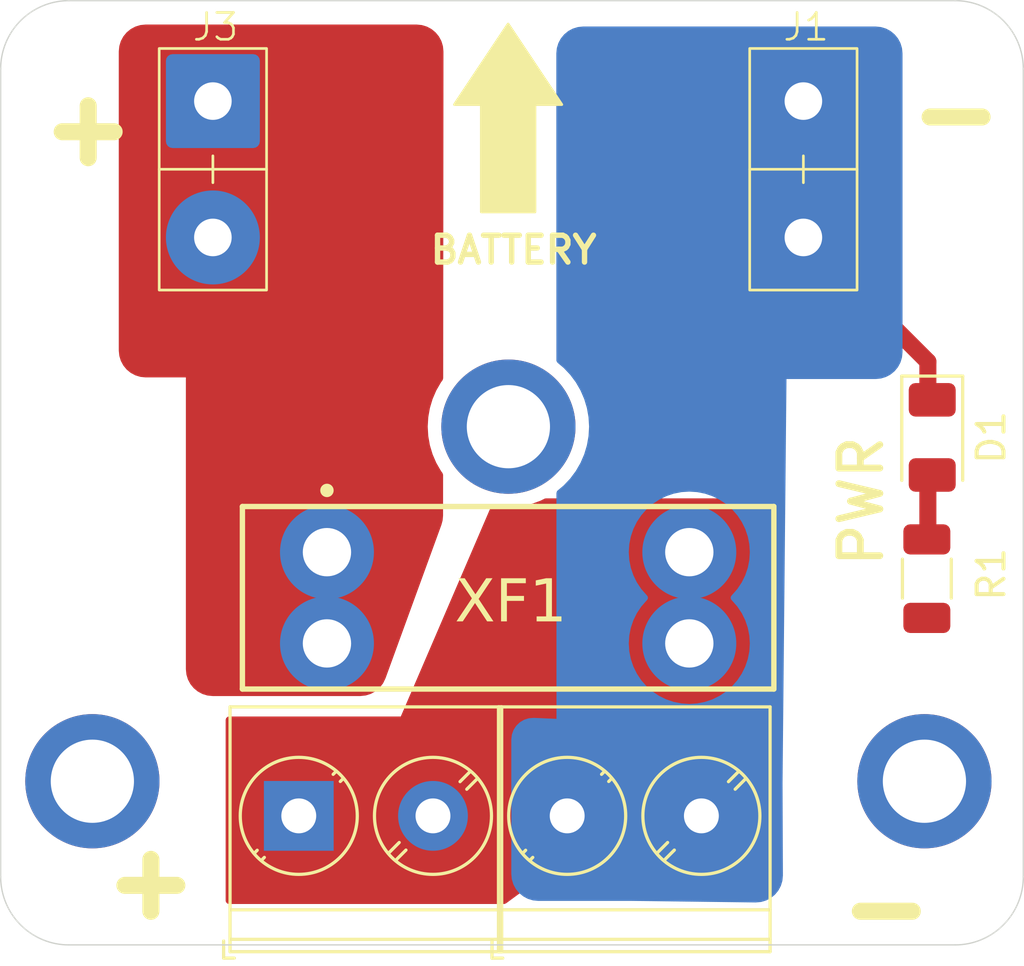
<source format=kicad_pcb>
(kicad_pcb (version 20240108) (generator "pcbnew") (generator_version "8.0")
  (layers (0 "F.Cu" signal) (31 "B.Cu" signal) (34 "B.Paste" user) (35 "F.Paste" user) (36 "B.SilkS" user "B.Silkscreen") (37 "F.SilkS" user "F.Silkscreen") (38 "B.Mask" user) (39 "F.Mask" user) (44 "Edge.Cuts" user))
  (property "SHEETTOTAL" "1")
  (net 0 "")
  (net 1 "Net-(D1-A)")
  (net 2 "GND")
  (net 3 "/VFuse")
  (net 4 "VCC")
  (footprint "Ryan_Custom_Modules:CONN QC TAB 0.250 SOLDER" (layer "F.Cu") (at 144 66.41)
    (property "Reference" "J3" (at 0.1 -5.3 0) (layer "F.SilkS") (effects (font (thickness 0.1))))
    (property "Value" "~")
    (fp_line (start -2 0) (end 2 0) (stroke (width 0.1)) (layer "F.SilkS"))
    (fp_line (start 0 -0.5) (end 0 0.5) (stroke (width 0.1)) (layer "F.SilkS"))
    (fp_rect (start -2 -4.5) (end 2 4.5) (stroke (width 0.1)) (fill none) (layer "F.SilkS"))
    (pad "1" thru_hole roundrect (at 0 -2.54) (size 3.5 3.5) (drill 1.4) (layers "*.Cu" "*.Mask" "In1.Cu" "In2.Cu" "In3.Cu" "In4.Cu" "In5.Cu" "In6.Cu" "In7.Cu" "In8.Cu" "In9.Cu" "In10.Cu" "In11.Cu" "In12.Cu" "In13.Cu" "In14.Cu" "In15.Cu" "In16.Cu" "In17.Cu" "In18.Cu" "In19.Cu" "In20.Cu" "In21.Cu" "In22.Cu" "In23.Cu" "In24.Cu" "In25.Cu" "In26.Cu" "In27.Cu" "In28.Cu" "In29.Cu" "In30.Cu") (roundrect_rratio 0.07142857143) (net 4 "VCC"))
    (pad "2" thru_hole circle (at 0 2.54) (size 3.5 3.5) (drill 1.4) (layers "*.Cu" "*.Mask" "In1.Cu" "In2.Cu" "In3.Cu" "In4.Cu" "In5.Cu" "In6.Cu" "In7.Cu" "In8.Cu" "In9.Cu" "In10.Cu" "In11.Cu" "In12.Cu" "In13.Cu" "In14.Cu" "In15.Cu" "In16.Cu" "In17.Cu" "In18.Cu" "In19.Cu" "In20.Cu" "In21.Cu" "In22.Cu" "In23.Cu" "In24.Cu" "In25.Cu" "In26.Cu" "In27.Cu" "In28.Cu" "In29.Cu" "In30.Cu") (net 4 "VCC"))
  )
  (footprint "TerminalBlock_Phoenix:TerminalBlock_Phoenix_PT-1,5-2-5.0-H_1x02_P5.00mm_Horizontal" (layer "F.Cu") (at 147.2 90.5)
    (property "Reference" "J5" (hide yes))
    (property "Value" "Screw_Terminal_2_P5.00mm" (hide yes))
    (fp_line (start -2.8 4.66) (end -2.8 5.3) (stroke (width 0.12)) (layer "F.SilkS"))
    (fp_line (start -2.8 5.3) (end -2.4 5.3) (stroke (width 0.12)) (layer "F.SilkS"))
    (fp_line (start -2.56 -4.06) (end -2.56 5.06) (stroke (width 0.12)) (layer "F.SilkS"))
    (fp_line (start -2.56 -4.06) (end 7.56 -4.06) (stroke (width 0.12)) (layer "F.SilkS"))
    (fp_line (start -2.56 3.5) (end 7.56 3.5) (stroke (width 0.12)) (layer "F.SilkS"))
    (fp_line (start -2.56 4.6) (end 7.56 4.6) (stroke (width 0.12)) (layer "F.SilkS"))
    (fp_line (start -2.56 5.06) (end 7.56 5.06) (stroke (width 0.12)) (layer "F.SilkS"))
    (fp_line (start -1.548 1.281) (end -1.654 1.388) (stroke (width 0.12)) (layer "F.SilkS"))
    (fp_line (start -1.282 1.547) (end -1.388 1.654) (stroke (width 0.12)) (layer "F.SilkS"))
    (fp_line (start 1.388 -1.654) (end 1.281 -1.547) (stroke (width 0.12)) (layer "F.SilkS"))
    (fp_line (start 1.654 -1.388) (end 1.547 -1.281) (stroke (width 0.12)) (layer "F.SilkS"))
    (fp_line (start 3.742 0.992) (end 3.347 1.388) (stroke (width 0.12)) (layer "F.SilkS"))
    (fp_line (start 3.993 1.274) (end 3.613 1.654) (stroke (width 0.12)) (layer "F.SilkS"))
    (fp_line (start 6.388 -1.654) (end 6.008 -1.274) (stroke (width 0.12)) (layer "F.SilkS"))
    (fp_line (start 6.654 -1.388) (end 6.259 -0.992) (stroke (width 0.12)) (layer "F.SilkS"))
    (fp_line (start 7.56 -4.06) (end 7.56 5.06) (stroke (width 0.12)) (layer "F.SilkS"))
    (fp_circle (center 0 0) (end 2.18 0) (stroke (width 0.12)) (fill none) (layer "F.SilkS"))
    (fp_circle (center 5 0) (end 7.18 0) (stroke (width 0.12)) (fill none) (layer "F.SilkS"))
    (pad "1" thru_hole rect (at 0 0) (size 2.6 2.6) (drill 1.3) (layers "*.Cu" "*.Mask" "In1.Cu" "In2.Cu" "In3.Cu" "In4.Cu" "In5.Cu" "In6.Cu" "In7.Cu" "In8.Cu" "In9.Cu" "In10.Cu" "In11.Cu" "In12.Cu" "In13.Cu" "In14.Cu" "In15.Cu" "In16.Cu" "In17.Cu" "In18.Cu" "In19.Cu" "In20.Cu" "In21.Cu" "In22.Cu" "In23.Cu" "In24.Cu" "In25.Cu" "In26.Cu" "In27.Cu" "In28.Cu" "In29.Cu" "In30.Cu") (net 3 "/VFuse"))
    (pad "2" thru_hole circle (at 5 0) (size 2.6 2.6) (drill 1.3) (layers "*.Cu" "*.Mask" "In1.Cu" "In2.Cu" "In3.Cu" "In4.Cu" "In5.Cu" "In6.Cu" "In7.Cu" "In8.Cu" "In9.Cu" "In10.Cu" "In11.Cu" "In12.Cu" "In13.Cu" "In14.Cu" "In15.Cu" "In16.Cu" "In17.Cu" "In18.Cu" "In19.Cu" "In20.Cu" "In21.Cu" "In22.Cu" "In23.Cu" "In24.Cu" "In25.Cu" "In26.Cu" "In27.Cu" "In28.Cu" "In29.Cu" "In30.Cu") (net 3 "/VFuse"))
  )
  (footprint "TerminalBlock_Phoenix:TerminalBlock_Phoenix_PT-1,5-2-5.0-H_1x02_P5.00mm_Horizontal" (layer "F.Cu") (at 157.2 90.5)
    (property "Reference" "J2" (hide yes))
    (property "Value" "Screw_Terminal_2_P5.00mm" (hide yes))
    (fp_line (start -2.8 4.66) (end -2.8 5.3) (stroke (width 0.12)) (layer "F.SilkS"))
    (fp_line (start -2.8 5.3) (end -2.4 5.3) (stroke (width 0.12)) (layer "F.SilkS"))
    (fp_line (start -2.56 -4.06) (end -2.56 5.06) (stroke (width 0.12)) (layer "F.SilkS"))
    (fp_line (start -2.56 -4.06) (end 7.56 -4.06) (stroke (width 0.12)) (layer "F.SilkS"))
    (fp_line (start -2.56 3.5) (end 7.56 3.5) (stroke (width 0.12)) (layer "F.SilkS"))
    (fp_line (start -2.56 4.6) (end 7.56 4.6) (stroke (width 0.12)) (layer "F.SilkS"))
    (fp_line (start -2.56 5.06) (end 7.56 5.06) (stroke (width 0.12)) (layer "F.SilkS"))
    (fp_line (start -1.548 1.281) (end -1.654 1.388) (stroke (width 0.12)) (layer "F.SilkS"))
    (fp_line (start -1.282 1.547) (end -1.388 1.654) (stroke (width 0.12)) (layer "F.SilkS"))
    (fp_line (start 1.388 -1.654) (end 1.281 -1.547) (stroke (width 0.12)) (layer "F.SilkS"))
    (fp_line (start 1.654 -1.388) (end 1.547 -1.281) (stroke (width 0.12)) (layer "F.SilkS"))
    (fp_line (start 3.742 0.992) (end 3.347 1.388) (stroke (width 0.12)) (layer "F.SilkS"))
    (fp_line (start 3.993 1.274) (end 3.613 1.654) (stroke (width 0.12)) (layer "F.SilkS"))
    (fp_line (start 6.388 -1.654) (end 6.008 -1.274) (stroke (width 0.12)) (layer "F.SilkS"))
    (fp_line (start 6.654 -1.388) (end 6.259 -0.992) (stroke (width 0.12)) (layer "F.SilkS"))
    (fp_line (start 7.56 -4.06) (end 7.56 5.06) (stroke (width 0.12)) (layer "F.SilkS"))
    (fp_circle (center 0 0) (end 2.18 0) (stroke (width 0.12)) (fill none) (layer "F.SilkS"))
    (fp_circle (center 5 0) (end 7.18 0) (stroke (width 0.12)) (fill none) (layer "F.SilkS"))
    (pad "1" thru_hole rect (at 0 0) (size 2.6 2.6) (drill 1.3) (layers "*.Cu" "*.Mask" "In1.Cu" "In2.Cu" "In3.Cu" "In4.Cu" "In5.Cu" "In6.Cu" "In7.Cu" "In8.Cu" "In9.Cu" "In10.Cu" "In11.Cu" "In12.Cu" "In13.Cu" "In14.Cu" "In15.Cu" "In16.Cu" "In17.Cu" "In18.Cu" "In19.Cu" "In20.Cu" "In21.Cu" "In22.Cu" "In23.Cu" "In24.Cu" "In25.Cu" "In26.Cu" "In27.Cu" "In28.Cu" "In29.Cu" "In30.Cu") (net 2 "GND"))
    (pad "2" thru_hole circle (at 5 0) (size 2.6 2.6) (drill 1.3) (layers "*.Cu" "*.Mask" "In1.Cu" "In2.Cu" "In3.Cu" "In4.Cu" "In5.Cu" "In6.Cu" "In7.Cu" "In8.Cu" "In9.Cu" "In10.Cu" "In11.Cu" "In12.Cu" "In13.Cu" "In14.Cu" "In15.Cu" "In16.Cu" "In17.Cu" "In18.Cu" "In19.Cu" "In20.Cu" "In21.Cu" "In22.Cu" "In23.Cu" "In24.Cu" "In25.Cu" "In26.Cu" "In27.Cu" "In28.Cu" "In29.Cu" "In30.Cu") (net 2 "GND"))
  )
  (footprint "Resistor_SMD:R_1206_3216Metric" (layer "F.Cu") (at 170.6 81.6625 90)
    (property "Reference" "R1" (at 0.1625 2.4 90) (layer "F.SilkS"))
    (property "Value" "R_US" (hide yes))
    (fp_line (start -0.727064 -0.91) (end 0.727064 -0.91) (stroke (width 0.12)) (layer "F.SilkS"))
    (fp_line (start -0.727064 0.91) (end 0.727064 0.91) (stroke (width 0.12)) (layer "F.SilkS"))
    (pad "1" smd roundrect (at -1.4625 0 90) (size 1.125 1.75) (layers "F.Cu" "F.Paste" "F.Mask") (roundrect_rratio 0.222222) (net 3 "/VFuse"))
    (pad "2" smd roundrect (at 1.4625 0 90) (size 1.125 1.75) (layers "F.Cu" "F.Paste" "F.Mask") (roundrect_rratio 0.222222) (net 1 "Net-(D1-A)"))
  )
  (footprint "Diode_SMD:D_1206_3216Metric" (layer "F.Cu") (at 170.8 76.4 -90)
    (property "Reference" "D1" (at 0 -2.2 90) (layer "F.SilkS"))
    (property "Value" "D" (hide yes))
    (fp_line (start -2.285 1.135) (end 1.6 1.135) (stroke (width 0.12)) (layer "F.SilkS"))
    (fp_line (start -2.285 -1.135) (end -2.285 1.135) (stroke (width 0.12)) (layer "F.SilkS"))
    (fp_line (start 1.6 -1.135) (end -2.285 -1.135) (stroke (width 0.12)) (layer "F.SilkS"))
    (pad "1" smd roundrect (at -1.4 0 270) (size 1.25 1.75) (layers "F.Cu" "F.Paste" "F.Mask") (roundrect_rratio 0.2) (net 2 "GND"))
    (pad "2" smd roundrect (at 1.4 0 270) (size 1.25 1.75) (layers "F.Cu" "F.Paste" "F.Mask") (roundrect_rratio 0.2) (net 1 "Net-(D1-A)"))
  )
  (footprint "Ryan_Custom_Modules:FUSE CLIP BLADE 500V 30A PCB" (layer "F.Cu") (at 155 82.375)
    (property "Reference" "XF1" (at 0.1 0.225 0) (layer "F.SilkS") (effects (font (size 1.575 1.575) (thickness 0.254))))
    (property "Value" "3557-2" (hide yes))
    (fp_line (start -9.9 -3.4) (end 9.9 -3.4) (stroke (width 0.2)) (layer "F.SilkS"))
    (fp_line (start -9.9 3.4) (end -9.9 -3.4) (stroke (width 0.2)) (layer "F.SilkS"))
    (fp_line (start -9.9 3.4) (end 9.9 3.4) (stroke (width 0.2)) (layer "F.SilkS"))
    (fp_line (start 9.9 3.4) (end 9.9 -3.4) (stroke (width 0.2)) (layer "F.SilkS"))
    (fp_circle (center -6.75 -4) (end -6.75 -4.125) (stroke (width 0.25)) (fill none) (layer "F.SilkS"))
    (pad "1" thru_hole circle (at -6.75 -1.7) (size 3.5 3.5) (drill 1.8) (layers "*.Cu" "*.Mask" "In1.Cu" "In2.Cu" "In3.Cu" "In4.Cu" "In5.Cu" "In6.Cu" "In7.Cu" "In8.Cu" "In9.Cu" "In10.Cu" "In11.Cu" "In12.Cu" "In13.Cu" "In14.Cu" "In15.Cu" "In16.Cu" "In17.Cu" "In18.Cu" "In19.Cu" "In20.Cu" "In21.Cu" "In22.Cu" "In23.Cu" "In24.Cu" "In25.Cu" "In26.Cu" "In27.Cu" "In28.Cu" "In29.Cu" "In30.Cu") (net 4 "VCC"))
    (pad "2" thru_hole circle (at -6.75 1.7) (size 3.5 3.5) (drill 1.8) (layers "*.Cu" "*.Mask" "In1.Cu" "In2.Cu" "In3.Cu" "In4.Cu" "In5.Cu" "In6.Cu" "In7.Cu" "In8.Cu" "In9.Cu" "In10.Cu" "In11.Cu" "In12.Cu" "In13.Cu" "In14.Cu" "In15.Cu" "In16.Cu" "In17.Cu" "In18.Cu" "In19.Cu" "In20.Cu" "In21.Cu" "In22.Cu" "In23.Cu" "In24.Cu" "In25.Cu" "In26.Cu" "In27.Cu" "In28.Cu" "In29.Cu" "In30.Cu") (net 4 "VCC"))
    (pad "3" thru_hole circle (at 6.75 -1.7) (size 3.5 3.5) (drill 1.8) (layers "*.Cu" "*.Mask" "In1.Cu" "In2.Cu" "In3.Cu" "In4.Cu" "In5.Cu" "In6.Cu" "In7.Cu" "In8.Cu" "In9.Cu" "In10.Cu" "In11.Cu" "In12.Cu" "In13.Cu" "In14.Cu" "In15.Cu" "In16.Cu" "In17.Cu" "In18.Cu" "In19.Cu" "In20.Cu" "In21.Cu" "In22.Cu" "In23.Cu" "In24.Cu" "In25.Cu" "In26.Cu" "In27.Cu" "In28.Cu" "In29.Cu" "In30.Cu") (net 3 "/VFuse"))
    (pad "4" thru_hole circle (at 6.75 1.7) (size 3.5 3.5) (drill 1.8) (layers "*.Cu" "*.Mask" "In1.Cu" "In2.Cu" "In3.Cu" "In4.Cu" "In5.Cu" "In6.Cu" "In7.Cu" "In8.Cu" "In9.Cu" "In10.Cu" "In11.Cu" "In12.Cu" "In13.Cu" "In14.Cu" "In15.Cu" "In16.Cu" "In17.Cu" "In18.Cu" "In19.Cu" "In20.Cu" "In21.Cu" "In22.Cu" "In23.Cu" "In24.Cu" "In25.Cu" "In26.Cu" "In27.Cu" "In28.Cu" "In29.Cu" "In30.Cu") (net 3 "/VFuse"))
  )
  (footprint "Ryan_Custom_Modules:CONN QC TAB 0.250 SOLDER" (layer "F.Cu") (at 166 66.41)
    (property "Reference" "J1" (at 0.1 -5.3 0) (layer "F.SilkS") (effects (font (thickness 0.1))))
    (property "Value" "~")
    (fp_line (start -2 0) (end 2 0) (stroke (width 0.1)) (layer "F.SilkS"))
    (fp_line (start 0 -0.5) (end 0 0.5) (stroke (width 0.1)) (layer "F.SilkS"))
    (fp_rect (start -2 -4.5) (end 2 4.5) (stroke (width 0.1)) (fill none) (layer "F.SilkS"))
    (pad "1" thru_hole roundrect (at 0 -2.54) (size 3.5 3.5) (drill 1.4) (layers "*.Cu" "*.Mask" "In1.Cu" "In2.Cu" "In3.Cu" "In4.Cu" "In5.Cu" "In6.Cu" "In7.Cu" "In8.Cu" "In9.Cu" "In10.Cu" "In11.Cu" "In12.Cu" "In13.Cu" "In14.Cu" "In15.Cu" "In16.Cu" "In17.Cu" "In18.Cu" "In19.Cu" "In20.Cu" "In21.Cu" "In22.Cu" "In23.Cu" "In24.Cu" "In25.Cu" "In26.Cu" "In27.Cu" "In28.Cu" "In29.Cu" "In30.Cu") (roundrect_rratio 0.07142857143) (net 2 "GND"))
    (pad "2" thru_hole circle (at 0 2.54) (size 3.5 3.5) (drill 1.4) (layers "*.Cu" "*.Mask" "In1.Cu" "In2.Cu" "In3.Cu" "In4.Cu" "In5.Cu" "In6.Cu" "In7.Cu" "In8.Cu" "In9.Cu" "In10.Cu" "In11.Cu" "In12.Cu" "In13.Cu" "In14.Cu" "In15.Cu" "In16.Cu" "In17.Cu" "In18.Cu" "In19.Cu" "In20.Cu" "In21.Cu" "In22.Cu" "In23.Cu" "In24.Cu" "In25.Cu" "In26.Cu" "In27.Cu" "In28.Cu" "In29.Cu" "In30.Cu") (net 2 "GND"))
  )
  (gr_poly (pts (xy 155 61) (xy 153 64) (xy 154 64) (xy 154 68) (xy 156 68) (xy 156 64) (xy 157 64)) (stroke (width 0.1)) (fill solid) (layer "F.SilkS"))
  (gr_arc (start 171.65365 60.12865) (mid 173.449701 60.872599) (end 174.19365 62.66865) (stroke (width 0.05)) (layer "Edge.Cuts"))
  (gr_arc (start 174.19365 92.76765) (mid 173.449701 94.563701) (end 171.65365 95.30765) (stroke (width 0.05)) (layer "Edge.Cuts"))
  (gr_line (start 174.19365 92.76765) (end 174.19365 62.66865) (stroke (width 0.05)) (layer "Edge.Cuts"))
  (gr_arc (start 136.09365 62.66865) (mid 136.837599 60.872599) (end 138.63365 60.12865) (stroke (width 0.05)) (layer "Edge.Cuts"))
  (gr_line (start 136.09365 62.66865) (end 136.09365 92.76765) (stroke (width 0.05)) (layer "Edge.Cuts"))
  (gr_line (start 171.65365 60.12865) (end 138.63365 60.12865) (stroke (width 0.05)) (layer "Edge.Cuts"))
  (gr_line (start 138.63365 95.30765) (end 171.65365 95.30765) (stroke (width 0.05)) (layer "Edge.Cuts"))
  (gr_arc (start 138.63365 95.30765) (mid 136.837599 94.563701) (end 136.09365 92.76765) (stroke (width 0.05)) (layer "Edge.Cuts"))
  (gr_text "+" (at 137.36365 66.324 0) (layer "F.SilkS") (effects (font (size 2.54 2.54) (thickness 0.762)) (justify left bottom)))
  (gr_text "+" (at 139.7 94.4 0) (layer "F.SilkS") (effects (font (size 2.54 2.54) (thickness 0.762)) (justify left bottom)))
  (gr_text "PWR" (at 169.04634 81.33765 90) (layer "F.SilkS") (effects (font (size 1.524 1.524) (thickness 0.254)) (justify left bottom)))
  (gr_text "BATTERY" (at 152 70 0) (layer "F.SilkS") (effects (font (size 1 1) (thickness 0.2) (bold yes)) (justify left bottom)))
  (gr_text "-" (at 169.7 65.77339 0) (layer "F.SilkS") (effects (font (size 2.54 2.54) (thickness 0.762)) (justify left bottom)))
  (gr_text "-" (at 167.1 95.36439 0) (layer "F.SilkS") (effects (font (size 2.54 2.54) (thickness 0.762)) (justify left bottom)))
  (via (at 170.51 89.21) (size 5) (drill 3.1) (layers "F.Cu" "B.Cu") (net 0))
  (via (at 139.51 89.21) (size 5) (drill 3.1) (layers "F.Cu" "B.Cu") (net 0))
  (via (at 155.01 76) (size 5) (drill 3.1) (layers "F.Cu" "B.Cu") (net 0))
  (segment (start 170.63765 80.21865) (end 170.63765 77.85765) (width 0.635) (layer "F.Cu") (net 1))
  (segment (start 166.01665 68.95465) (end 170.63765 73.57565) (width 0.635) (layer "F.Cu") (net 2))
  (segment (start 170.63765 73.57565) (end 170.63765 74.65765) (width 0.635) (layer "F.Cu") (net 2))
  (zone (net 3) (net_name "/VFuse") (layer "F.Cu") (connect_pads yes (clearance 0.5)) (min_thickness 0.25) (fill yes (thermal_gap 0.254) (thermal_bridge_width 0.254))
    (polygon (pts (xy 154.49521 78.67065) (xy 164.92265 78.67065) (xy 164.92265 86.41765) (xy 154.88965 93.78365) (xy 144.47565 93.78365) (xy 144.47565 86.79865) (xy 151 86.79865)))
  )
  (zone (net 4) (net_name "VCC") (layer "F.Cu") (priority 2) (connect_pads yes (clearance 0.5)) (min_thickness 0.25) (fill yes (thermal_gap 0.254) (thermal_bridge_width 0.254) (smoothing fillet) (radius 1))
    (polygon (pts (xy 140.49365 61.01765) (xy 152.59146 61.01765) (xy 152.57574 79.49055) (xy 150.19065 86.03665) (xy 142.99365 86.03665) (xy 142.99365 74.16465) (xy 140.49365 74.16465)))
  )
  (zone (net 2) (net_name "GND") (layer "B.Cu") (priority 1) (connect_pads yes (clearance 0.5)) (min_thickness 0.25) (fill yes (thermal_gap 0.254) (thermal_bridge_width 0.254) (smoothing fillet) (radius 1))
    (polygon (pts (xy 169.69365 61.09119) (xy 156.79465 61.09119) (xy 156.80133 86.88579) (xy 155.11816 86.81261) (xy 155.11816 93.66839) (xy 159.58864 93.66839) (xy 165.24131 93.7391) (xy 165.2237 89.28257) (xy 165.37017 74.22565) (xy 169.69365 74.22565)))
  )
)
</source>
